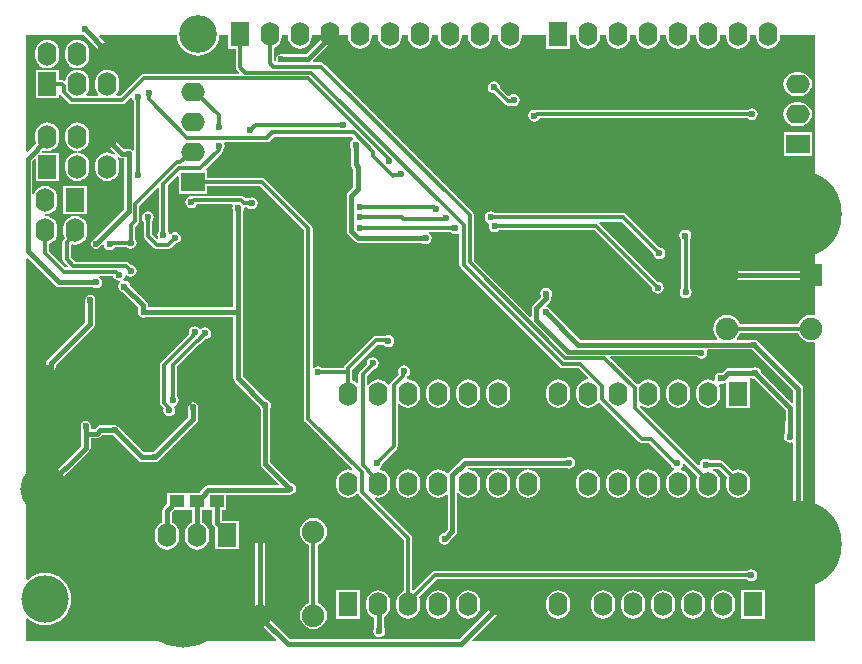
<source format=gbl>
G04*
G04 #@! TF.GenerationSoftware,Altium Limited,Altium Designer,20.2.6 (244)*
G04*
G04 Layer_Physical_Order=2*
G04 Layer_Color=16711680*
%FSLAX44Y44*%
%MOMM*%
G71*
G04*
G04 #@! TF.SameCoordinates,CE6D2A43-BF16-4D6C-96BE-271B1CC6D4BA*
G04*
G04*
G04 #@! TF.FilePolarity,Positive*
G04*
G01*
G75*
%ADD11C,0.3000*%
%ADD14R,1.9000X1.9000*%
%ADD18R,1.2000X1.1000*%
%ADD72C,0.4000*%
%ADD73O,2.0000X1.6000*%
%ADD74R,2.0000X1.6000*%
%ADD75O,1.6000X2.0000*%
%ADD76R,1.6000X2.0000*%
G04:AMPARAMS|DCode=77|XSize=2mm|YSize=1.2mm|CornerRadius=0.3mm|HoleSize=0mm|Usage=FLASHONLY|Rotation=0.000|XOffset=0mm|YOffset=0mm|HoleType=Round|Shape=RoundedRectangle|*
%AMROUNDEDRECTD77*
21,1,2.0000,0.6000,0,0,0.0*
21,1,1.4000,1.2000,0,0,0.0*
1,1,0.6000,0.7000,-0.3000*
1,1,0.6000,-0.7000,-0.3000*
1,1,0.6000,-0.7000,0.3000*
1,1,0.6000,0.7000,0.3000*
%
%ADD77ROUNDEDRECTD77*%
%ADD78C,4.0000*%
%ADD79C,1.9000*%
%ADD80R,1.9000X1.9000*%
%ADD81C,3.2000*%
%ADD82C,7.4000*%
%ADD83C,0.6000*%
G36*
X258965Y519527D02*
X244151Y504712D01*
X223012D01*
X221451Y504402D01*
X220128Y503518D01*
X219244Y502195D01*
X218934Y500634D01*
X219085Y499873D01*
X218417Y498836D01*
X217437Y499681D01*
Y510116D01*
X218911Y510727D01*
X221000Y512330D01*
X222603Y514419D01*
X223611Y516852D01*
X223954Y519462D01*
Y520700D01*
X229182D01*
Y519462D01*
X229525Y516852D01*
X230533Y514419D01*
X232136Y512330D01*
X234225Y510727D01*
X236658Y509719D01*
X239268Y509376D01*
X241879Y509719D01*
X244311Y510727D01*
X246400Y512330D01*
X248003Y514419D01*
X249011Y516852D01*
X249354Y519462D01*
Y520700D01*
X258479D01*
X258965Y519527D01*
D02*
G37*
G36*
X675640Y320956D02*
X675190Y320649D01*
X674370Y320393D01*
X673271Y321128D01*
X671710Y321438D01*
X600710D01*
X599149Y321128D01*
X597826Y320244D01*
X596942Y318921D01*
X596632Y317360D01*
X596942Y315799D01*
X597826Y314476D01*
X599149Y313592D01*
X600710Y313282D01*
X671710D01*
X673271Y313592D01*
X674370Y314327D01*
X675190Y314071D01*
X675640Y313764D01*
Y284383D01*
X674370Y283609D01*
X671710Y283959D01*
X668708Y283564D01*
X665910Y282405D01*
X663508Y280562D01*
X661665Y278160D01*
X660741Y275929D01*
X611679D01*
X610755Y278160D01*
X608912Y280562D01*
X606510Y282405D01*
X603712Y283564D01*
X600710Y283959D01*
X597708Y283564D01*
X594910Y282405D01*
X592508Y280562D01*
X590665Y278160D01*
X589506Y275362D01*
X589111Y272360D01*
X589506Y269358D01*
X590665Y266560D01*
X592496Y264174D01*
X592434Y263692D01*
X592166Y262904D01*
X476669D01*
X450178Y289396D01*
X448855Y290280D01*
X447895Y290471D01*
X447444Y291817D01*
X450686Y295058D01*
X450686Y295058D01*
X451570Y296381D01*
X451880Y297942D01*
Y299110D01*
X452512Y300055D01*
X452900Y302006D01*
X452512Y303957D01*
X451407Y305611D01*
X449753Y306716D01*
X447802Y307104D01*
X445851Y306716D01*
X444197Y305611D01*
X443092Y303957D01*
X442704Y302006D01*
X443092Y300055D01*
X443515Y299422D01*
X436594Y292502D01*
X435710Y291179D01*
X435400Y289618D01*
X435400Y289618D01*
Y282642D01*
X434226Y282156D01*
X386417Y329966D01*
Y368540D01*
X386145Y369905D01*
X385371Y371063D01*
X259777Y496657D01*
X258619Y497431D01*
X257254Y497703D01*
X250472D01*
X249946Y498973D01*
X267552Y516578D01*
X268436Y517901D01*
X268746Y519462D01*
X268746Y519462D01*
Y520700D01*
X279982D01*
Y519462D01*
X280325Y516852D01*
X281333Y514419D01*
X282936Y512330D01*
X285025Y510727D01*
X287458Y509719D01*
X290068Y509376D01*
X292679Y509719D01*
X295111Y510727D01*
X297200Y512330D01*
X298803Y514419D01*
X299811Y516852D01*
X300154Y519462D01*
Y520700D01*
X305382D01*
Y519462D01*
X305725Y516852D01*
X306733Y514419D01*
X308336Y512330D01*
X310425Y510727D01*
X312857Y509719D01*
X315468Y509376D01*
X318078Y509719D01*
X320511Y510727D01*
X322600Y512330D01*
X324203Y514419D01*
X325211Y516852D01*
X325554Y519462D01*
Y520700D01*
X330782D01*
Y519462D01*
X331125Y516852D01*
X332133Y514419D01*
X333736Y512330D01*
X335825Y510727D01*
X338257Y509719D01*
X340868Y509376D01*
X343479Y509719D01*
X345911Y510727D01*
X348000Y512330D01*
X349603Y514419D01*
X350611Y516852D01*
X350954Y519462D01*
Y520700D01*
X356182D01*
Y519462D01*
X356525Y516852D01*
X357533Y514419D01*
X359136Y512330D01*
X361225Y510727D01*
X363657Y509719D01*
X366268Y509376D01*
X368879Y509719D01*
X371311Y510727D01*
X373400Y512330D01*
X375003Y514419D01*
X376011Y516852D01*
X376354Y519462D01*
Y520700D01*
X381582D01*
Y519462D01*
X381925Y516852D01*
X382933Y514419D01*
X384536Y512330D01*
X386625Y510727D01*
X389058Y509719D01*
X391668Y509376D01*
X394278Y509719D01*
X396711Y510727D01*
X398800Y512330D01*
X400403Y514419D01*
X401411Y516852D01*
X401754Y519462D01*
Y520700D01*
X406982D01*
Y519462D01*
X407325Y516852D01*
X408333Y514419D01*
X409936Y512330D01*
X412025Y510727D01*
X414458Y509719D01*
X417068Y509376D01*
X419678Y509719D01*
X422111Y510727D01*
X424200Y512330D01*
X425803Y514419D01*
X426811Y516852D01*
X427154Y519462D01*
Y520700D01*
X447910D01*
Y509360D01*
X467910D01*
Y520700D01*
X473224D01*
Y519360D01*
X473567Y516749D01*
X474575Y514317D01*
X476178Y512228D01*
X478267Y510625D01*
X480700Y509617D01*
X483310Y509274D01*
X485920Y509617D01*
X488353Y510625D01*
X490442Y512228D01*
X492045Y514317D01*
X493053Y516749D01*
X493396Y519360D01*
Y520700D01*
X498624D01*
Y519360D01*
X498967Y516749D01*
X499975Y514317D01*
X501578Y512228D01*
X503667Y510625D01*
X506100Y509617D01*
X508710Y509274D01*
X511320Y509617D01*
X513753Y510625D01*
X515842Y512228D01*
X517445Y514317D01*
X518453Y516749D01*
X518796Y519360D01*
Y520700D01*
X524024D01*
Y519360D01*
X524367Y516749D01*
X525375Y514317D01*
X526978Y512228D01*
X529067Y510625D01*
X531499Y509617D01*
X534110Y509274D01*
X536721Y509617D01*
X539153Y510625D01*
X541242Y512228D01*
X542845Y514317D01*
X543853Y516749D01*
X544196Y519360D01*
Y520700D01*
X549424D01*
Y519360D01*
X549767Y516749D01*
X550775Y514317D01*
X552378Y512228D01*
X554467Y510625D01*
X556899Y509617D01*
X559510Y509274D01*
X562121Y509617D01*
X564553Y510625D01*
X566642Y512228D01*
X568245Y514317D01*
X569253Y516749D01*
X569596Y519360D01*
Y520700D01*
X574824D01*
Y519360D01*
X575167Y516749D01*
X576175Y514317D01*
X577778Y512228D01*
X579867Y510625D01*
X582299Y509617D01*
X584910Y509274D01*
X587520Y509617D01*
X589953Y510625D01*
X592042Y512228D01*
X593645Y514317D01*
X594653Y516749D01*
X594996Y519360D01*
Y520700D01*
X600224D01*
Y519360D01*
X600567Y516749D01*
X601575Y514317D01*
X603178Y512228D01*
X605267Y510625D01*
X607700Y509617D01*
X610310Y509274D01*
X612920Y509617D01*
X615353Y510625D01*
X617442Y512228D01*
X619045Y514317D01*
X620053Y516749D01*
X620396Y519360D01*
Y520700D01*
X625624D01*
Y519360D01*
X625967Y516749D01*
X626975Y514317D01*
X628578Y512228D01*
X630667Y510625D01*
X633100Y509617D01*
X635710Y509274D01*
X638321Y509617D01*
X640753Y510625D01*
X642842Y512228D01*
X644445Y514317D01*
X645453Y516749D01*
X645796Y519360D01*
Y520700D01*
X675640D01*
Y320956D01*
D02*
G37*
G36*
X178468Y509462D02*
X184899D01*
Y493541D01*
X185171Y492176D01*
X185945Y491018D01*
X188087Y488876D01*
X187601Y487703D01*
X177920D01*
X176784Y487929D01*
X107424D01*
X106058Y487657D01*
X104901Y486883D01*
X87384Y469367D01*
X84294D01*
X83693Y470637D01*
X84935Y472255D01*
X85943Y474688D01*
X86286Y477298D01*
Y481298D01*
X85943Y483909D01*
X84935Y486341D01*
X83332Y488430D01*
X81243Y490033D01*
X78811Y491041D01*
X76200Y491384D01*
X73590Y491041D01*
X71157Y490033D01*
X69068Y488430D01*
X67465Y486341D01*
X66457Y483909D01*
X66114Y481298D01*
Y477298D01*
X66457Y474688D01*
X67465Y472255D01*
X68707Y470637D01*
X68106Y469367D01*
X58894D01*
X58293Y470637D01*
X59535Y472255D01*
X60543Y474688D01*
X60886Y477298D01*
Y481298D01*
X60543Y483909D01*
X59535Y486341D01*
X57932Y488430D01*
X55843Y490033D01*
X53411Y491041D01*
X51822Y491250D01*
X51003Y491358D01*
Y492638D01*
X51822Y492746D01*
X53411Y492955D01*
X55843Y493963D01*
X57932Y495566D01*
X59535Y497655D01*
X60543Y500088D01*
X60886Y502698D01*
Y506698D01*
X60543Y509309D01*
X59535Y511741D01*
X57932Y513830D01*
X55843Y515433D01*
X53411Y516441D01*
X50800Y516784D01*
X48190Y516441D01*
X45757Y515433D01*
X43668Y513830D01*
X42065Y511741D01*
X41057Y509309D01*
X40714Y506698D01*
Y502698D01*
X41057Y500088D01*
X42065Y497655D01*
X43668Y495566D01*
X45757Y493963D01*
X48190Y492955D01*
X49778Y492746D01*
X50597Y492638D01*
Y491358D01*
X49778Y491250D01*
X48190Y491041D01*
X45757Y490033D01*
X43668Y488430D01*
X42065Y486341D01*
X41057Y483909D01*
X40904Y482744D01*
X40832Y482664D01*
X39547Y482168D01*
X38908Y482595D01*
X37543Y482867D01*
X35400D01*
Y491298D01*
X15400D01*
Y467298D01*
X35400D01*
Y469786D01*
X36670Y470171D01*
X36777Y470011D01*
X43513Y463275D01*
X44671Y462501D01*
X46037Y462229D01*
X88862D01*
X90228Y462501D01*
X91385Y463275D01*
X95885Y467775D01*
X97263Y467356D01*
X97398Y466679D01*
X98503Y465025D01*
X98539Y465001D01*
Y423158D01*
X97269Y422773D01*
X97118Y423000D01*
X97118Y423000D01*
X96735Y423382D01*
X95412Y424267D01*
X93851Y424577D01*
X93851Y424577D01*
X90151D01*
X80278Y434449D01*
Y434760D01*
X79968Y436321D01*
X79084Y437644D01*
X77761Y438528D01*
X76200Y438838D01*
X74639Y438528D01*
X73316Y437644D01*
X72432Y436321D01*
X72122Y434760D01*
Y432760D01*
X72122Y432760D01*
X72432Y431199D01*
X73316Y429876D01*
X82332Y420860D01*
X81493Y419903D01*
X81243Y420095D01*
X78811Y421103D01*
X76200Y421446D01*
X73590Y421103D01*
X71157Y420095D01*
X69068Y418492D01*
X67465Y416403D01*
X66457Y413970D01*
X66114Y411360D01*
Y407360D01*
X66457Y404749D01*
X67465Y402317D01*
X69068Y400228D01*
X71157Y398625D01*
X73590Y397617D01*
X76200Y397274D01*
X78811Y397617D01*
X81243Y398625D01*
X83332Y400228D01*
X84935Y402317D01*
X85943Y404749D01*
X86286Y407360D01*
Y411360D01*
X85943Y413970D01*
X84935Y416403D01*
X84701Y416708D01*
X85577Y417615D01*
X86901Y416731D01*
X88461Y416420D01*
X88461Y416420D01*
X90156D01*
Y373291D01*
X63664Y346800D01*
X62780Y345477D01*
X62470Y343916D01*
X62780Y342355D01*
X63664Y341032D01*
X64987Y340148D01*
X66548Y339838D01*
X68109Y340148D01*
X69432Y341032D01*
X71819Y343419D01*
X73197Y343001D01*
X73437Y341796D01*
X74542Y340143D01*
X76196Y339037D01*
X78147Y338649D01*
X80098Y339037D01*
X81751Y340143D01*
X82567Y341363D01*
X92383D01*
X92407Y341327D01*
X94061Y340222D01*
X96012Y339834D01*
X97963Y340222D01*
X99617Y341327D01*
X100722Y342981D01*
X101110Y344932D01*
X100722Y346883D01*
X99617Y348537D01*
X99581Y348561D01*
Y358385D01*
X102257Y361062D01*
X103031Y362220D01*
X103303Y363585D01*
Y376227D01*
X118956Y391880D01*
X120129Y391394D01*
Y355377D01*
X119966Y355268D01*
X118861Y353614D01*
X118473Y351663D01*
X118861Y349712D01*
X119289Y349072D01*
X118302Y348262D01*
X114059Y352506D01*
Y362893D01*
X114095Y362917D01*
X115200Y364571D01*
X115588Y366522D01*
X115200Y368473D01*
X114095Y370127D01*
X112441Y371232D01*
X110490Y371620D01*
X108539Y371232D01*
X106885Y370127D01*
X105780Y368473D01*
X105392Y366522D01*
X105780Y364571D01*
X106885Y362917D01*
X106921Y362893D01*
Y351028D01*
X107193Y349662D01*
X107967Y348505D01*
X115841Y340631D01*
X116998Y339857D01*
X118364Y339585D01*
X127254D01*
X128620Y339857D01*
X129777Y340631D01*
X133283Y344137D01*
X133525Y344089D01*
X135476Y344477D01*
X137129Y345582D01*
X138235Y347236D01*
X138623Y349187D01*
X138235Y351137D01*
X137129Y352791D01*
X135476Y353896D01*
X133525Y354285D01*
X131574Y353896D01*
X129920Y352791D01*
X129781Y352583D01*
X128433Y352851D01*
X128281Y353614D01*
X127267Y355132D01*
Y393120D01*
X135537Y401390D01*
X136710Y400904D01*
Y386660D01*
X160710D01*
Y393091D01*
X205366D01*
X242811Y355646D01*
Y195834D01*
X243083Y194468D01*
X243857Y193311D01*
X283091Y154076D01*
X282983Y153733D01*
X282430Y152941D01*
X280110Y153246D01*
X277500Y152903D01*
X275067Y151895D01*
X272978Y150292D01*
X271375Y148203D01*
X270367Y145771D01*
X270024Y143160D01*
Y139160D01*
X270367Y136550D01*
X271375Y134117D01*
X272978Y132028D01*
X275067Y130425D01*
X277500Y129417D01*
X280110Y129074D01*
X282721Y129417D01*
X285153Y130425D01*
X287242Y132028D01*
X287350Y132168D01*
X288911Y132117D01*
X289148Y131763D01*
X327341Y93570D01*
Y50106D01*
X325867Y49495D01*
X323778Y47892D01*
X322175Y45803D01*
X321167Y43370D01*
X320824Y40760D01*
Y36760D01*
X321167Y34149D01*
X322175Y31717D01*
X323778Y29628D01*
X325867Y28025D01*
X328299Y27017D01*
X330910Y26674D01*
X333521Y27017D01*
X335953Y28025D01*
X338042Y29628D01*
X339645Y31717D01*
X340653Y34149D01*
X340996Y36760D01*
Y40760D01*
X340653Y43370D01*
X340042Y44845D01*
X355161Y59964D01*
X617876D01*
X617900Y59928D01*
X619554Y58823D01*
X621505Y58435D01*
X623456Y58823D01*
X625110Y59928D01*
X626215Y61582D01*
X626603Y63533D01*
X626215Y65484D01*
X625110Y67138D01*
X623456Y68243D01*
X621505Y68631D01*
X619554Y68243D01*
X617900Y67138D01*
X617876Y67102D01*
X353683D01*
X352317Y66830D01*
X351160Y66056D01*
X335749Y50645D01*
X334479Y51171D01*
Y95048D01*
X334207Y96414D01*
X333433Y97571D01*
X302864Y128141D01*
X303457Y129344D01*
X305510Y129074D01*
X308120Y129417D01*
X310553Y130425D01*
X312642Y132028D01*
X314245Y134117D01*
X315253Y136550D01*
X315596Y139160D01*
Y143160D01*
X315253Y145771D01*
X314245Y148203D01*
X312642Y150292D01*
X310553Y151895D01*
X308120Y152903D01*
X307357Y153003D01*
X307049Y154325D01*
X307897Y154891D01*
X309002Y156545D01*
X309390Y158496D01*
X309381Y158539D01*
X321039Y170197D01*
X321813Y171354D01*
X322085Y172720D01*
Y208349D01*
X323355Y208780D01*
X323778Y208228D01*
X325867Y206625D01*
X328299Y205617D01*
X330910Y205274D01*
X333521Y205617D01*
X335953Y206625D01*
X338042Y208228D01*
X339645Y210317D01*
X340653Y212750D01*
X340996Y215360D01*
Y219360D01*
X340653Y221971D01*
X339645Y224403D01*
X338042Y226492D01*
X335953Y228095D01*
X333521Y229103D01*
X330910Y229446D01*
X330420Y229382D01*
X329683Y230566D01*
X330129Y231232D01*
X330311Y232148D01*
X331011Y232615D01*
X332116Y234269D01*
X332504Y236220D01*
X332116Y238171D01*
X331011Y239825D01*
X329357Y240930D01*
X327406Y241318D01*
X325455Y240930D01*
X323801Y239825D01*
X322696Y238171D01*
X322308Y236220D01*
X322696Y234269D01*
X323001Y233813D01*
X315993Y226805D01*
X315219Y225648D01*
X315152Y225308D01*
X313794Y224991D01*
X312642Y226492D01*
X310553Y228095D01*
X308120Y229103D01*
X305510Y229446D01*
X302899Y229103D01*
X300467Y228095D01*
X298378Y226492D01*
X297193Y224947D01*
X295923Y225378D01*
Y232152D01*
X301685Y237915D01*
X302687Y238114D01*
X304341Y239219D01*
X305446Y240873D01*
X305834Y242824D01*
X305446Y244775D01*
X304341Y246429D01*
X302687Y247534D01*
X300736Y247922D01*
X298785Y247534D01*
X297131Y246429D01*
X296026Y244775D01*
X295638Y242824D01*
X295781Y242104D01*
X289831Y236154D01*
X289057Y234996D01*
X288785Y233630D01*
Y226456D01*
X287583Y226048D01*
X287242Y226492D01*
X285153Y228095D01*
X283679Y228706D01*
Y237230D01*
X305262Y258813D01*
X306746D01*
X306793Y258804D01*
X310035D01*
X310443Y258194D01*
X312097Y257089D01*
X314048Y256701D01*
X315999Y257089D01*
X317653Y258194D01*
X318758Y259848D01*
X319146Y261799D01*
X318758Y263750D01*
X317653Y265403D01*
X315999Y266509D01*
X314048Y266896D01*
X312097Y266509D01*
X311248Y265941D01*
X306831D01*
X306784Y265951D01*
X303784D01*
X302418Y265679D01*
X301261Y264905D01*
X277587Y241231D01*
X276813Y240074D01*
X276554Y238773D01*
X258391D01*
X258367Y238809D01*
X256713Y239914D01*
X254762Y240302D01*
X252811Y239914D01*
X251219Y238850D01*
X250872Y238921D01*
X249949Y239286D01*
Y357124D01*
X249677Y358490D01*
X248903Y359647D01*
X209368Y399183D01*
X208210Y399957D01*
X206844Y400229D01*
X160710D01*
Y406660D01*
X160128D01*
X159642Y407833D01*
X172957Y421149D01*
X173731Y422306D01*
X173960Y423459D01*
X174039Y423511D01*
X175144Y425165D01*
X175532Y427116D01*
X175144Y429067D01*
X175023Y429247D01*
X175622Y430367D01*
X211491D01*
X212857Y430639D01*
X214015Y431413D01*
X217437Y434835D01*
X283551D01*
X284589Y433797D01*
X284185Y432405D01*
X282777Y431464D01*
X281671Y429810D01*
X281283Y427859D01*
X281671Y425908D01*
X282303Y424963D01*
Y411360D01*
X282303Y411360D01*
X282613Y409799D01*
X283498Y408476D01*
X284466Y407508D01*
Y392429D01*
X279930Y387894D01*
X279046Y386571D01*
X278736Y385010D01*
X278736Y385010D01*
Y354987D01*
X278736Y354986D01*
X279046Y353426D01*
X279930Y352103D01*
X285667Y346366D01*
X286990Y345482D01*
X288550Y345172D01*
X288551Y345172D01*
X342066D01*
X342089Y345137D01*
X343743Y344032D01*
X345694Y343644D01*
X347645Y344032D01*
X349299Y345137D01*
X350404Y346791D01*
X350792Y348742D01*
X350404Y350693D01*
X349299Y352347D01*
X348553Y352845D01*
X348939Y354115D01*
X367178D01*
X367338Y353876D01*
X368992Y352771D01*
X370943Y352383D01*
X372894Y352771D01*
X373159Y352948D01*
X374279Y352350D01*
Y326417D01*
X374551Y325051D01*
X375325Y323893D01*
X459415Y239803D01*
X460573Y239029D01*
X461939Y238757D01*
X475129D01*
X483195Y230692D01*
X482722Y229369D01*
X480700Y229103D01*
X478267Y228095D01*
X476178Y226492D01*
X474575Y224403D01*
X473567Y221971D01*
X473224Y219360D01*
Y215360D01*
X473567Y212750D01*
X474575Y210317D01*
X476178Y208228D01*
X478267Y206625D01*
X480700Y205617D01*
X483310Y205274D01*
X485920Y205617D01*
X488353Y206625D01*
X490442Y208228D01*
X491438Y209526D01*
X493087Y209673D01*
X526623Y176137D01*
X527781Y175363D01*
X529146Y175091D01*
X535126D01*
X553814Y156404D01*
X553836Y156291D01*
X554941Y154637D01*
X556023Y153914D01*
X555882Y152481D01*
X554467Y151895D01*
X552378Y150292D01*
X550775Y148203D01*
X549767Y145771D01*
X549424Y143160D01*
Y139160D01*
X549767Y136550D01*
X550775Y134117D01*
X552378Y132028D01*
X554467Y130425D01*
X556899Y129417D01*
X559510Y129074D01*
X562121Y129417D01*
X564553Y130425D01*
X566642Y132028D01*
X568245Y134117D01*
X569253Y136550D01*
X569596Y139160D01*
Y143160D01*
X569253Y145771D01*
X568245Y148203D01*
X566642Y150292D01*
X564553Y151895D01*
X562121Y152903D01*
X561887Y152933D01*
X561579Y154255D01*
X562151Y154637D01*
X563256Y156291D01*
X563544Y157739D01*
X564841Y158238D01*
X575794Y147284D01*
X575167Y145771D01*
X574824Y143160D01*
Y139160D01*
X575167Y136550D01*
X576175Y134117D01*
X577778Y132028D01*
X579867Y130425D01*
X582299Y129417D01*
X584910Y129074D01*
X587520Y129417D01*
X589953Y130425D01*
X592042Y132028D01*
X593645Y134117D01*
X594653Y136550D01*
X594996Y139160D01*
Y143160D01*
X594653Y145771D01*
X593645Y148203D01*
X592042Y150292D01*
X589953Y151895D01*
X588764Y152387D01*
X589017Y153657D01*
X594078D01*
X600977Y146759D01*
X600567Y145771D01*
X600224Y143160D01*
Y139160D01*
X600567Y136550D01*
X601575Y134117D01*
X603178Y132028D01*
X605267Y130425D01*
X607700Y129417D01*
X610310Y129074D01*
X612920Y129417D01*
X615353Y130425D01*
X617442Y132028D01*
X619045Y134117D01*
X620053Y136550D01*
X620396Y139160D01*
Y143160D01*
X620053Y145771D01*
X619045Y148203D01*
X617442Y150292D01*
X615353Y151895D01*
X612920Y152903D01*
X610310Y153246D01*
X607700Y152903D01*
X605738Y152090D01*
X598079Y159749D01*
X596922Y160523D01*
X595556Y160795D01*
X586305D01*
X586281Y160831D01*
X584627Y161936D01*
X582676Y162324D01*
X580725Y161936D01*
X579071Y160831D01*
X577966Y159177D01*
X577605Y157363D01*
X577120Y157067D01*
X576367Y156806D01*
X526948Y206225D01*
X527013Y206600D01*
X528395Y207140D01*
X529067Y206625D01*
X531499Y205617D01*
X534110Y205274D01*
X536721Y205617D01*
X539153Y206625D01*
X541242Y208228D01*
X542845Y210317D01*
X543853Y212750D01*
X544196Y215360D01*
Y219360D01*
X543853Y221971D01*
X542845Y224403D01*
X541242Y226492D01*
X539153Y228095D01*
X536721Y229103D01*
X534110Y229446D01*
X531499Y229103D01*
X529067Y228095D01*
X526978Y226492D01*
X525982Y225194D01*
X524333Y225047D01*
X501806Y247574D01*
X502292Y248748D01*
X575163D01*
X575515Y248221D01*
X577169Y247116D01*
X579120Y246728D01*
X581071Y247116D01*
X582725Y248221D01*
X583830Y249875D01*
X584218Y251826D01*
X583889Y253478D01*
X584592Y254748D01*
X622135D01*
X657032Y219851D01*
Y209677D01*
X655858Y209191D01*
X629872Y235178D01*
X629583Y236630D01*
X628478Y238284D01*
X626824Y239389D01*
X624873Y239777D01*
X622922Y239389D01*
X621977Y238758D01*
X601743D01*
X600182Y238447D01*
X598859Y237563D01*
X598859Y237563D01*
X596441Y235146D01*
X595376Y235358D01*
X593425Y234970D01*
X591771Y233865D01*
X590666Y232211D01*
X590278Y230260D01*
X590484Y229223D01*
X589365Y228338D01*
X587520Y229103D01*
X584910Y229446D01*
X582299Y229103D01*
X579867Y228095D01*
X577778Y226492D01*
X576175Y224403D01*
X575167Y221971D01*
X574824Y219360D01*
Y215360D01*
X575167Y212750D01*
X576175Y210317D01*
X577778Y208228D01*
X579867Y206625D01*
X582299Y205617D01*
X584910Y205274D01*
X587520Y205617D01*
X589953Y206625D01*
X592042Y208228D01*
X593645Y210317D01*
X594653Y212750D01*
X594996Y215360D01*
Y219360D01*
X594653Y221971D01*
X593731Y224194D01*
X594067Y224842D01*
X594535Y225329D01*
X595376Y225162D01*
X597327Y225550D01*
X598674Y226450D01*
X598884Y226492D01*
X599040Y226596D01*
X600310Y225917D01*
Y205360D01*
X620310D01*
Y229360D01*
X620310D01*
X620380Y230601D01*
X621977D01*
X622922Y229970D01*
X623699Y229815D01*
X650480Y203035D01*
Y194599D01*
X650342Y194393D01*
X650032Y192833D01*
X650032Y192833D01*
Y183744D01*
X649400Y182799D01*
X649012Y180848D01*
X649400Y178897D01*
X650505Y177243D01*
X652159Y176138D01*
X654110Y175750D01*
X655762Y176079D01*
X657032Y175376D01*
Y89560D01*
X657342Y87999D01*
X658226Y86676D01*
X659549Y85792D01*
X661110Y85482D01*
X662671Y85792D01*
X663994Y86676D01*
X664878Y87999D01*
X665188Y89560D01*
Y221540D01*
X665188Y221540D01*
X664878Y223101D01*
X663994Y224424D01*
X663994Y224424D01*
X626708Y261710D01*
X625385Y262594D01*
X623824Y262904D01*
X623824Y262904D01*
X609254D01*
X608986Y263692D01*
X608924Y264174D01*
X610755Y266560D01*
X611679Y268791D01*
X660741D01*
X661665Y266560D01*
X663508Y264158D01*
X665910Y262315D01*
X668708Y261156D01*
X671710Y260761D01*
X674370Y261111D01*
X675640Y260337D01*
Y7620D01*
X385397D01*
X384911Y8793D01*
X409994Y33876D01*
X409994Y33876D01*
X410878Y35199D01*
X411188Y36760D01*
Y38760D01*
X410878Y40321D01*
X409994Y41644D01*
X408671Y42528D01*
X407110Y42838D01*
X405549Y42528D01*
X404226Y41644D01*
X403342Y40321D01*
X403032Y38760D01*
Y38449D01*
X373741Y9158D01*
X230440D01*
X209788Y29810D01*
Y100360D01*
X209478Y101921D01*
X208594Y103244D01*
X207271Y104128D01*
X205710Y104438D01*
X204149Y104128D01*
X202826Y103244D01*
X201942Y101921D01*
X201632Y100360D01*
Y29360D01*
Y28121D01*
X201632Y28121D01*
X201942Y26560D01*
X202826Y25237D01*
X219270Y8793D01*
X218784Y7620D01*
X7620D01*
Y26462D01*
X8890Y27062D01*
X11428Y24979D01*
X15250Y22936D01*
X19397Y21678D01*
X23710Y21254D01*
X28023Y21678D01*
X32170Y22936D01*
X35992Y24979D01*
X39342Y27728D01*
X42091Y31078D01*
X44134Y34900D01*
X45392Y39047D01*
X45816Y43360D01*
X45392Y47673D01*
X44134Y51820D01*
X42091Y55642D01*
X39342Y58992D01*
X35992Y61741D01*
X32170Y63784D01*
X28023Y65042D01*
X23710Y65466D01*
X19397Y65042D01*
X15250Y63784D01*
X11428Y61741D01*
X8890Y59658D01*
X7620Y60258D01*
Y331663D01*
X8793Y332149D01*
X32422Y308520D01*
X32422Y308520D01*
X33745Y307636D01*
X35306Y307326D01*
X63906D01*
X64851Y306694D01*
X66802Y306306D01*
X68753Y306694D01*
X70407Y307799D01*
X71512Y309453D01*
X71900Y311404D01*
X71512Y313355D01*
X70407Y315009D01*
X69430Y315661D01*
X69815Y316931D01*
X81177D01*
X81396Y315827D01*
X82501Y314173D01*
X84155Y313068D01*
X86106Y312680D01*
X86844Y312827D01*
X87339Y311631D01*
X87073Y311453D01*
X85968Y309799D01*
X85580Y307848D01*
X85968Y305897D01*
X87073Y304243D01*
X88727Y303138D01*
X89842Y302916D01*
X102473Y290285D01*
Y288835D01*
X102224Y288463D01*
X101836Y286512D01*
X102224Y284561D01*
X103329Y282907D01*
X104983Y281802D01*
X106934Y281414D01*
X108885Y281802D01*
X109830Y282434D01*
X182866D01*
Y230124D01*
X182866Y230124D01*
X183176Y228563D01*
X184060Y227240D01*
X204872Y206428D01*
X205094Y205313D01*
X205980Y203988D01*
Y157734D01*
X205980Y157734D01*
X206290Y156173D01*
X207174Y154850D01*
X221273Y140752D01*
X220787Y139578D01*
X161343D01*
X159782Y139268D01*
X158459Y138384D01*
X158459Y138384D01*
X155945Y135869D01*
X155061Y134546D01*
X155006Y134274D01*
X154232Y133500D01*
X144270D01*
X144000Y133500D01*
X143000D01*
X142730Y133500D01*
X127000D01*
Y124268D01*
X123826Y121094D01*
X122942Y119771D01*
X122632Y118210D01*
X122632Y118210D01*
Y108495D01*
X121667Y108095D01*
X119578Y106492D01*
X117975Y104403D01*
X116967Y101971D01*
X116624Y99360D01*
Y95360D01*
X116967Y92750D01*
X117975Y90317D01*
X119578Y88228D01*
X121667Y86625D01*
X124100Y85617D01*
X126710Y85274D01*
X129320Y85617D01*
X131753Y86625D01*
X133842Y88228D01*
X135445Y90317D01*
X136453Y92750D01*
X136796Y95360D01*
Y99360D01*
X136453Y101971D01*
X135445Y104403D01*
X133842Y106492D01*
X131753Y108095D01*
X130788Y108495D01*
Y116521D01*
X132768Y118500D01*
X142730D01*
X143000Y118500D01*
X144000D01*
X144270Y118500D01*
X148032D01*
Y108495D01*
X147067Y108095D01*
X144978Y106492D01*
X143375Y104403D01*
X142367Y101971D01*
X142024Y99360D01*
Y95360D01*
X142367Y92750D01*
X143375Y90317D01*
X144978Y88228D01*
X147067Y86625D01*
X149500Y85617D01*
X152110Y85274D01*
X154720Y85617D01*
X157153Y86625D01*
X159242Y88228D01*
X160845Y90317D01*
X161853Y92750D01*
X162196Y95360D01*
Y99360D01*
X161853Y101971D01*
X160845Y104403D01*
X159242Y106492D01*
X157153Y108095D01*
X156188Y108495D01*
Y118500D01*
X159730D01*
X160000Y118500D01*
Y118500D01*
X161000D01*
Y118500D01*
X164922D01*
Y107870D01*
X164922Y107870D01*
X165232Y106309D01*
X166116Y104986D01*
X167510Y103592D01*
Y85360D01*
X187510D01*
Y109360D01*
X173278D01*
X173078Y109559D01*
Y118500D01*
X177000D01*
Y131422D01*
X229244D01*
X230805Y131732D01*
X230932Y131817D01*
X232837Y132196D01*
X234491Y133301D01*
X235596Y134955D01*
X235984Y136906D01*
X235596Y138857D01*
X234491Y140511D01*
X232837Y141616D01*
X231722Y141838D01*
X214136Y159423D01*
Y204748D01*
X214514Y205313D01*
X214902Y207264D01*
X214514Y209215D01*
X213409Y210869D01*
X211755Y211974D01*
X210640Y212196D01*
X191022Y231813D01*
Y371754D01*
X191654Y372699D01*
X192042Y374650D01*
X192711Y375465D01*
X194361D01*
X194769Y374855D01*
X196423Y373750D01*
X198374Y373362D01*
X200325Y373750D01*
X201979Y374855D01*
X203084Y376509D01*
X203472Y378460D01*
X203084Y380411D01*
X201979Y382065D01*
X200325Y383170D01*
X198374Y383558D01*
X196423Y383170D01*
X195574Y382603D01*
X193230D01*
X192056Y383777D01*
X190898Y384551D01*
X189532Y384823D01*
X149606D01*
X148240Y384551D01*
X148056Y384428D01*
X147320Y384574D01*
X145369Y384186D01*
X143715Y383081D01*
X142610Y381427D01*
X142222Y379476D01*
X142610Y377525D01*
X143715Y375871D01*
X145369Y374766D01*
X147320Y374378D01*
X149271Y374766D01*
X150925Y375871D01*
X152030Y377525D01*
X152062Y377685D01*
X181654D01*
X181733Y377539D01*
X182197Y376415D01*
X181846Y374650D01*
X182234Y372699D01*
X182866Y371754D01*
Y290590D01*
X110630D01*
Y291975D01*
X110319Y293535D01*
X109435Y294858D01*
X95610Y308684D01*
X95388Y309799D01*
X94283Y311453D01*
X92629Y312558D01*
X90678Y312946D01*
X89940Y312799D01*
X89445Y313995D01*
X89711Y314173D01*
X90816Y315827D01*
X91075Y317128D01*
X91694Y317363D01*
X92442Y317491D01*
X93947Y316486D01*
X95898Y316098D01*
X97848Y316486D01*
X99502Y317591D01*
X100607Y319245D01*
X100996Y321195D01*
X100607Y323146D01*
X99502Y324800D01*
X97848Y325905D01*
X95898Y326293D01*
X95855Y326285D01*
X94116Y328023D01*
X92959Y328797D01*
X91593Y329069D01*
X48850D01*
X45225Y332694D01*
Y342965D01*
X46345Y343823D01*
X46495Y343844D01*
X49000Y343514D01*
X51610Y343857D01*
X54043Y344865D01*
X56132Y346468D01*
X57735Y348557D01*
X58743Y350989D01*
X59086Y353600D01*
Y357600D01*
X58743Y360210D01*
X57735Y362643D01*
X56132Y364732D01*
X54043Y366335D01*
X51610Y367343D01*
X49000Y367686D01*
X46389Y367343D01*
X43957Y366335D01*
X41868Y364732D01*
X40265Y362643D01*
X39257Y360210D01*
X38914Y357600D01*
Y353600D01*
X39257Y350989D01*
X40016Y349158D01*
X39133Y348275D01*
X38359Y347117D01*
X38087Y345752D01*
Y331216D01*
X38359Y329851D01*
X39133Y328693D01*
X42584Y325242D01*
X42098Y324069D01*
X40642D01*
X27169Y337542D01*
Y344254D01*
X28643Y344865D01*
X30732Y346468D01*
X32335Y348557D01*
X33343Y350989D01*
X33686Y353600D01*
Y357600D01*
X33343Y360210D01*
X32335Y362643D01*
X30732Y364732D01*
X28643Y366335D01*
X26210Y367343D01*
X23803Y367659D01*
Y368941D01*
X26210Y369257D01*
X28643Y370265D01*
X30732Y371868D01*
X32335Y373957D01*
X33343Y376390D01*
X33686Y379000D01*
Y383000D01*
X33343Y385611D01*
X32335Y388043D01*
X30732Y390132D01*
X28643Y391735D01*
X26210Y392743D01*
X23600Y393086D01*
X20989Y392743D01*
X18557Y391735D01*
X16468Y390132D01*
X14865Y388043D01*
X13984Y385917D01*
X12714Y386170D01*
Y414563D01*
X14227Y416076D01*
X15400Y415590D01*
Y397360D01*
X35400D01*
Y421360D01*
X21170D01*
X20684Y422533D01*
X21643Y423492D01*
X22789Y423017D01*
X25400Y422674D01*
X28010Y423017D01*
X30443Y424025D01*
X32532Y425628D01*
X34135Y427717D01*
X35143Y430149D01*
X35486Y432760D01*
Y436760D01*
X35143Y439370D01*
X34135Y441803D01*
X32532Y443892D01*
X30443Y445495D01*
X28010Y446503D01*
X25400Y446846D01*
X22789Y446503D01*
X20357Y445495D01*
X18268Y443892D01*
X16665Y441803D01*
X15657Y439370D01*
X15314Y436760D01*
Y432760D01*
X15657Y430149D01*
X15982Y429366D01*
X8793Y422178D01*
X7620Y422664D01*
Y520700D01*
X56573D01*
X72122Y505152D01*
Y504698D01*
X72432Y503137D01*
X73316Y501814D01*
X74639Y500930D01*
X76200Y500620D01*
X77761Y500930D01*
X79084Y501814D01*
X79968Y503137D01*
X80278Y504698D01*
Y506841D01*
X80278Y506841D01*
X79968Y508402D01*
X79084Y509725D01*
X69282Y519527D01*
X69768Y520700D01*
X135088D01*
X135370Y517831D01*
X136400Y514438D01*
X138071Y511311D01*
X140321Y508571D01*
X143061Y506321D01*
X146188Y504650D01*
X149581Y503620D01*
X153110Y503273D01*
X156639Y503620D01*
X160032Y504650D01*
X163159Y506321D01*
X165900Y508571D01*
X168149Y511311D01*
X169820Y514438D01*
X170849Y517831D01*
X171132Y520700D01*
X178468D01*
Y509462D01*
D02*
G37*
%LPC*%
G36*
X662710Y489446D02*
X658710D01*
X656099Y489103D01*
X653667Y488095D01*
X651578Y486492D01*
X649975Y484403D01*
X648967Y481970D01*
X648624Y479360D01*
X648967Y476749D01*
X649975Y474317D01*
X651578Y472228D01*
X653667Y470625D01*
X656099Y469617D01*
X658710Y469274D01*
X662710D01*
X665321Y469617D01*
X667753Y470625D01*
X669842Y472228D01*
X671445Y474317D01*
X672453Y476749D01*
X672796Y479360D01*
X672453Y481970D01*
X671445Y484403D01*
X669842Y486492D01*
X667753Y488095D01*
X665321Y489103D01*
X662710Y489446D01*
D02*
G37*
G36*
X403606Y481602D02*
X401655Y481214D01*
X400001Y480109D01*
X398896Y478455D01*
X398508Y476504D01*
X398896Y474553D01*
X400001Y472899D01*
X401655Y471794D01*
X403606Y471406D01*
X403649Y471415D01*
X412951Y462112D01*
X414109Y461339D01*
X415474Y461067D01*
X416840Y461339D01*
X417349Y461679D01*
X418141Y461150D01*
X420092Y460762D01*
X422043Y461150D01*
X423697Y462255D01*
X424802Y463909D01*
X425190Y465860D01*
X424802Y467811D01*
X423697Y469465D01*
X422043Y470570D01*
X420092Y470958D01*
X418141Y470570D01*
X416487Y469465D01*
X415763Y469394D01*
X408695Y476461D01*
X408704Y476504D01*
X408316Y478455D01*
X407211Y480109D01*
X405557Y481214D01*
X403606Y481602D01*
D02*
G37*
G36*
X621823Y459027D02*
X619872Y458639D01*
X618218Y457534D01*
X618194Y457498D01*
X439803D01*
X439248Y457387D01*
X437666Y457702D01*
X435715Y457314D01*
X434061Y456209D01*
X432956Y454555D01*
X432568Y452604D01*
X432956Y450653D01*
X434061Y448999D01*
X435715Y447894D01*
X437666Y447506D01*
X439617Y447894D01*
X441271Y448999D01*
X442181Y450360D01*
X618194D01*
X618218Y450324D01*
X619872Y449219D01*
X621823Y448831D01*
X623774Y449219D01*
X625428Y450324D01*
X626533Y451978D01*
X626921Y453929D01*
X626533Y455880D01*
X625428Y457534D01*
X623774Y458639D01*
X621823Y459027D01*
D02*
G37*
G36*
X662710Y464046D02*
X658710D01*
X656099Y463703D01*
X653667Y462695D01*
X651578Y461092D01*
X649975Y459003D01*
X648967Y456571D01*
X648624Y453960D01*
X648967Y451349D01*
X649975Y448917D01*
X651578Y446828D01*
X653667Y445225D01*
X656099Y444217D01*
X658710Y443874D01*
X662710D01*
X665321Y444217D01*
X667753Y445225D01*
X669842Y446828D01*
X671445Y448917D01*
X672453Y451349D01*
X672796Y453960D01*
X672453Y456571D01*
X671445Y459003D01*
X669842Y461092D01*
X667753Y462695D01*
X665321Y463703D01*
X662710Y464046D01*
D02*
G37*
G36*
X672710Y438560D02*
X648710D01*
Y418560D01*
X672710D01*
Y438560D01*
D02*
G37*
G36*
X400812Y371620D02*
X398861Y371232D01*
X397207Y370127D01*
X396102Y368473D01*
X395714Y366522D01*
X396102Y364571D01*
X397207Y362917D01*
X398459Y362080D01*
X398908Y361641D01*
X399237Y360443D01*
X398995Y359226D01*
X399383Y357275D01*
X400488Y355621D01*
X402142Y354516D01*
X404093Y354128D01*
X406044Y354516D01*
X407697Y355621D01*
X407722Y355657D01*
X488672D01*
X537201Y307129D01*
X537192Y307086D01*
X537580Y305135D01*
X538685Y303481D01*
X540339Y302376D01*
X542290Y301988D01*
X544241Y302376D01*
X545895Y303481D01*
X547000Y305135D01*
X547388Y307086D01*
X547000Y309037D01*
X545895Y310691D01*
X544241Y311796D01*
X542290Y312184D01*
X542247Y312175D01*
X492739Y361683D01*
X492760Y361963D01*
X493157Y362953D01*
X511602D01*
X538471Y336085D01*
X538462Y336042D01*
X538850Y334091D01*
X539955Y332437D01*
X541609Y331332D01*
X543560Y330944D01*
X545511Y331332D01*
X547165Y332437D01*
X548270Y334091D01*
X548658Y336042D01*
X548270Y337993D01*
X547165Y339647D01*
X545511Y340752D01*
X543560Y341140D01*
X543517Y341131D01*
X515603Y369045D01*
X514446Y369819D01*
X513080Y370091D01*
X404441D01*
X404417Y370127D01*
X402763Y371232D01*
X400812Y371620D01*
D02*
G37*
G36*
X565658Y356126D02*
X563707Y355738D01*
X562053Y354633D01*
X560948Y352979D01*
X560560Y351028D01*
X560948Y349077D01*
X562053Y347423D01*
X562275Y347275D01*
Y306583D01*
X562239Y306559D01*
X561134Y304905D01*
X560746Y302954D01*
X561134Y301003D01*
X562239Y299349D01*
X563893Y298244D01*
X565844Y297856D01*
X567795Y298244D01*
X569449Y299349D01*
X570554Y301003D01*
X570942Y302954D01*
X570554Y304905D01*
X569449Y306559D01*
X569413Y306583D01*
Y347647D01*
X570368Y349077D01*
X570756Y351028D01*
X570368Y352979D01*
X569263Y354633D01*
X567609Y355738D01*
X565658Y356126D01*
D02*
G37*
G36*
X25400Y516784D02*
X22789Y516441D01*
X20357Y515433D01*
X18268Y513830D01*
X16665Y511741D01*
X15657Y509309D01*
X15314Y506698D01*
Y502698D01*
X15657Y500088D01*
X16665Y497655D01*
X18268Y495566D01*
X20357Y493963D01*
X22789Y492955D01*
X25400Y492612D01*
X28010Y492955D01*
X30443Y493963D01*
X32532Y495566D01*
X34135Y497655D01*
X35143Y500088D01*
X35486Y502698D01*
Y506698D01*
X35143Y509309D01*
X34135Y511741D01*
X32532Y513830D01*
X30443Y515433D01*
X28010Y516441D01*
X25400Y516784D01*
D02*
G37*
G36*
X50800Y446846D02*
X48190Y446503D01*
X45757Y445495D01*
X43668Y443892D01*
X42065Y441803D01*
X41057Y439370D01*
X40714Y436760D01*
Y432760D01*
X41057Y430149D01*
X42065Y427717D01*
X43668Y425628D01*
X45757Y424025D01*
X48190Y423017D01*
X49778Y422808D01*
X50597Y422700D01*
Y421420D01*
X49778Y421312D01*
X48190Y421103D01*
X45757Y420095D01*
X43668Y418492D01*
X42065Y416403D01*
X41057Y413970D01*
X40714Y411360D01*
Y407360D01*
X41057Y404749D01*
X42065Y402317D01*
X43668Y400228D01*
X45757Y398625D01*
X48190Y397617D01*
X50800Y397274D01*
X53411Y397617D01*
X55843Y398625D01*
X57932Y400228D01*
X59535Y402317D01*
X60543Y404749D01*
X60886Y407360D01*
Y411360D01*
X60543Y413970D01*
X59535Y416403D01*
X57932Y418492D01*
X55843Y420095D01*
X53411Y421103D01*
X51822Y421312D01*
X51003Y421420D01*
Y422700D01*
X51822Y422808D01*
X53411Y423017D01*
X55843Y424025D01*
X57932Y425628D01*
X59535Y427717D01*
X60543Y430149D01*
X60886Y432760D01*
Y436760D01*
X60543Y439370D01*
X59535Y441803D01*
X57932Y443892D01*
X55843Y445495D01*
X53411Y446503D01*
X50800Y446846D01*
D02*
G37*
G36*
X59000Y393000D02*
X39000D01*
Y369000D01*
X59000D01*
Y393000D01*
D02*
G37*
G36*
X150198Y274139D02*
X148247Y273751D01*
X146593Y272646D01*
X145488Y270992D01*
X145100Y269041D01*
X145373Y267668D01*
X145335Y267476D01*
X121937Y244077D01*
X121163Y242920D01*
X120891Y241554D01*
Y209756D01*
X121163Y208390D01*
X121937Y207232D01*
X123896Y205273D01*
X123814Y205151D01*
X123426Y203200D01*
X123814Y201249D01*
X124919Y199595D01*
X126573Y198490D01*
X128524Y198102D01*
X130475Y198490D01*
X132129Y199595D01*
X133234Y201249D01*
X133622Y203200D01*
X133234Y205151D01*
X132867Y205701D01*
X133451Y207112D01*
X133523Y207126D01*
X135177Y208231D01*
X136282Y209885D01*
X136670Y211836D01*
X136282Y213787D01*
X135177Y215441D01*
X135141Y215465D01*
Y240076D01*
X154116Y259051D01*
X155112Y259717D01*
X158602Y263206D01*
X159004Y263126D01*
X160955Y263514D01*
X162609Y264619D01*
X163714Y266273D01*
X164102Y268224D01*
X163714Y270175D01*
X162609Y271829D01*
X160955Y272934D01*
X159004Y273322D01*
X157053Y272934D01*
X155528Y271915D01*
X154168Y272099D01*
X153802Y272646D01*
X152149Y273751D01*
X150198Y274139D01*
D02*
G37*
G36*
X61710Y300730D02*
X60149Y300419D01*
X58826Y299535D01*
X57942Y298212D01*
X57632Y296651D01*
Y278299D01*
X25459Y246126D01*
X24575Y244803D01*
X24264Y243243D01*
X24264Y243243D01*
Y241473D01*
X22729Y239938D01*
X20960D01*
X19399Y239628D01*
X18076Y238744D01*
X17192Y237421D01*
X16882Y235860D01*
X17192Y234299D01*
X18076Y232976D01*
X19399Y232092D01*
X20960Y231782D01*
X24419D01*
X24419Y231782D01*
X25979Y232092D01*
X27303Y232976D01*
X31226Y236900D01*
X31226Y236900D01*
X32111Y238223D01*
X32421Y239784D01*
Y241553D01*
X64594Y273726D01*
X65478Y275049D01*
X65788Y276610D01*
X65788Y276610D01*
Y296651D01*
X65478Y298212D01*
X64594Y299535D01*
X63271Y300419D01*
X61710Y300730D01*
D02*
G37*
G36*
X559510Y229446D02*
X556899Y229103D01*
X554467Y228095D01*
X552378Y226492D01*
X550775Y224403D01*
X549767Y221971D01*
X549424Y219360D01*
Y215360D01*
X549767Y212750D01*
X550775Y210317D01*
X552378Y208228D01*
X554467Y206625D01*
X556899Y205617D01*
X559510Y205274D01*
X562121Y205617D01*
X564553Y206625D01*
X566642Y208228D01*
X568245Y210317D01*
X569253Y212750D01*
X569596Y215360D01*
Y219360D01*
X569253Y221971D01*
X568245Y224403D01*
X566642Y226492D01*
X564553Y228095D01*
X562121Y229103D01*
X559510Y229446D01*
D02*
G37*
G36*
X457910D02*
X455299Y229103D01*
X452867Y228095D01*
X450778Y226492D01*
X449175Y224403D01*
X448167Y221971D01*
X447824Y219360D01*
Y215360D01*
X448167Y212750D01*
X449175Y210317D01*
X450778Y208228D01*
X452867Y206625D01*
X455299Y205617D01*
X457910Y205274D01*
X460521Y205617D01*
X462953Y206625D01*
X465042Y208228D01*
X466645Y210317D01*
X467653Y212750D01*
X467996Y215360D01*
Y219360D01*
X467653Y221971D01*
X466645Y224403D01*
X465042Y226492D01*
X462953Y228095D01*
X460521Y229103D01*
X457910Y229446D01*
D02*
G37*
G36*
X407110D02*
X404500Y229103D01*
X402067Y228095D01*
X399978Y226492D01*
X398375Y224403D01*
X397367Y221971D01*
X397024Y219360D01*
Y215360D01*
X397367Y212750D01*
X398375Y210317D01*
X399978Y208228D01*
X402067Y206625D01*
X404500Y205617D01*
X407110Y205274D01*
X409720Y205617D01*
X412153Y206625D01*
X414242Y208228D01*
X415845Y210317D01*
X416853Y212750D01*
X417196Y215360D01*
Y219360D01*
X416853Y221971D01*
X415845Y224403D01*
X414242Y226492D01*
X412153Y228095D01*
X409720Y229103D01*
X407110Y229446D01*
D02*
G37*
G36*
X381710D02*
X379100Y229103D01*
X376667Y228095D01*
X374578Y226492D01*
X372975Y224403D01*
X371967Y221971D01*
X371624Y219360D01*
Y215360D01*
X371967Y212750D01*
X372975Y210317D01*
X374578Y208228D01*
X376667Y206625D01*
X379100Y205617D01*
X381710Y205274D01*
X384320Y205617D01*
X386753Y206625D01*
X388842Y208228D01*
X390445Y210317D01*
X391453Y212750D01*
X391796Y215360D01*
Y219360D01*
X391453Y221971D01*
X390445Y224403D01*
X388842Y226492D01*
X386753Y228095D01*
X384320Y229103D01*
X381710Y229446D01*
D02*
G37*
G36*
X356310D02*
X353699Y229103D01*
X351267Y228095D01*
X349178Y226492D01*
X347575Y224403D01*
X346567Y221971D01*
X346224Y219360D01*
Y215360D01*
X346567Y212750D01*
X347575Y210317D01*
X349178Y208228D01*
X351267Y206625D01*
X353699Y205617D01*
X356310Y205274D01*
X358921Y205617D01*
X361353Y206625D01*
X363442Y208228D01*
X365045Y210317D01*
X366053Y212750D01*
X366396Y215360D01*
Y219360D01*
X366053Y221971D01*
X365045Y224403D01*
X363442Y226492D01*
X361353Y228095D01*
X358921Y229103D01*
X356310Y229446D01*
D02*
G37*
G36*
X148844Y210072D02*
X147283Y209762D01*
X145960Y208878D01*
X145076Y207555D01*
X144766Y205994D01*
Y197269D01*
X115151Y167654D01*
X107099D01*
X85594Y189160D01*
X84271Y190044D01*
X82710Y190354D01*
X82710Y190354D01*
X70013D01*
X68452Y190044D01*
X67129Y189160D01*
X67129Y189160D01*
X65436Y187466D01*
X61990D01*
Y189992D01*
X61680Y191553D01*
X60796Y192876D01*
X59473Y193760D01*
X57912Y194070D01*
X56351Y193760D01*
X55028Y192876D01*
X54144Y191553D01*
X53834Y189992D01*
Y183388D01*
Y173251D01*
X19826Y139244D01*
X18942Y137921D01*
X18632Y136360D01*
X18942Y134799D01*
X19826Y133476D01*
X21149Y132592D01*
X22710Y132282D01*
X24271Y132592D01*
X25594Y133476D01*
X60796Y168678D01*
X61680Y170001D01*
X61990Y171562D01*
X61990Y171562D01*
Y179310D01*
X67125D01*
X67125Y179310D01*
X68685Y179620D01*
X70009Y180504D01*
X71702Y182198D01*
X81021D01*
X102526Y160692D01*
X102526Y160692D01*
X103849Y159808D01*
X105410Y159498D01*
X116840D01*
X116840Y159498D01*
X118401Y159808D01*
X119724Y160692D01*
X151728Y192696D01*
X152612Y194019D01*
X152922Y195580D01*
X152922Y195580D01*
Y205994D01*
X152612Y207555D01*
X151728Y208878D01*
X150405Y209762D01*
X148844Y210072D01*
D02*
G37*
G36*
X467106Y163848D02*
X465155Y163460D01*
X464210Y162828D01*
X378968D01*
X378968Y162828D01*
X377407Y162518D01*
X376084Y161634D01*
X365426Y150976D01*
X365004Y150343D01*
X363467Y150260D01*
X363442Y150292D01*
X361353Y151895D01*
X358921Y152903D01*
X356310Y153246D01*
X353699Y152903D01*
X351267Y151895D01*
X349178Y150292D01*
X347575Y148203D01*
X346567Y145771D01*
X346224Y143160D01*
Y139160D01*
X346567Y136550D01*
X347575Y134117D01*
X349178Y132028D01*
X351267Y130425D01*
X353699Y129417D01*
X356310Y129074D01*
X358921Y129417D01*
X361353Y130425D01*
X362962Y131659D01*
X364232Y131049D01*
Y102649D01*
X360874Y99292D01*
X359759Y99070D01*
X358105Y97965D01*
X357000Y96311D01*
X356612Y94360D01*
X357000Y92409D01*
X358105Y90755D01*
X359759Y89650D01*
X361710Y89262D01*
X363661Y89650D01*
X365315Y90755D01*
X366420Y92409D01*
X366642Y93524D01*
X371194Y98076D01*
X371194Y98076D01*
X372078Y99399D01*
X372388Y100960D01*
Y132795D01*
X373658Y133226D01*
X374578Y132028D01*
X376667Y130425D01*
X379100Y129417D01*
X381710Y129074D01*
X384320Y129417D01*
X386753Y130425D01*
X388842Y132028D01*
X390445Y134117D01*
X391453Y136550D01*
X391796Y139160D01*
Y143160D01*
X391453Y145771D01*
X390445Y148203D01*
X388842Y150292D01*
X386753Y151895D01*
X384320Y152903D01*
X382159Y153187D01*
X381539Y154167D01*
X381478Y154497D01*
X381587Y154672D01*
X464210D01*
X465155Y154040D01*
X467106Y153652D01*
X469057Y154040D01*
X470711Y155145D01*
X471816Y156799D01*
X472204Y158750D01*
X471816Y160701D01*
X470711Y162355D01*
X469057Y163460D01*
X467106Y163848D01*
D02*
G37*
G36*
X534110Y153246D02*
X531499Y152903D01*
X529067Y151895D01*
X526978Y150292D01*
X525375Y148203D01*
X524367Y145771D01*
X524024Y143160D01*
Y139160D01*
X524367Y136550D01*
X525375Y134117D01*
X526978Y132028D01*
X529067Y130425D01*
X531499Y129417D01*
X534110Y129074D01*
X536721Y129417D01*
X539153Y130425D01*
X541242Y132028D01*
X542845Y134117D01*
X543853Y136550D01*
X544196Y139160D01*
Y143160D01*
X543853Y145771D01*
X542845Y148203D01*
X541242Y150292D01*
X539153Y151895D01*
X536721Y152903D01*
X534110Y153246D01*
D02*
G37*
G36*
X508710D02*
X506100Y152903D01*
X503667Y151895D01*
X501578Y150292D01*
X499975Y148203D01*
X498967Y145771D01*
X498624Y143160D01*
Y139160D01*
X498967Y136550D01*
X499975Y134117D01*
X501578Y132028D01*
X503667Y130425D01*
X506100Y129417D01*
X508710Y129074D01*
X511320Y129417D01*
X513753Y130425D01*
X515842Y132028D01*
X517445Y134117D01*
X518453Y136550D01*
X518796Y139160D01*
Y143160D01*
X518453Y145771D01*
X517445Y148203D01*
X515842Y150292D01*
X513753Y151895D01*
X511320Y152903D01*
X508710Y153246D01*
D02*
G37*
G36*
X483310D02*
X480700Y152903D01*
X478267Y151895D01*
X476178Y150292D01*
X474575Y148203D01*
X473567Y145771D01*
X473224Y143160D01*
Y139160D01*
X473567Y136550D01*
X474575Y134117D01*
X476178Y132028D01*
X478267Y130425D01*
X480700Y129417D01*
X483310Y129074D01*
X485920Y129417D01*
X488353Y130425D01*
X490442Y132028D01*
X492045Y134117D01*
X493053Y136550D01*
X493396Y139160D01*
Y143160D01*
X493053Y145771D01*
X492045Y148203D01*
X490442Y150292D01*
X488353Y151895D01*
X485920Y152903D01*
X483310Y153246D01*
D02*
G37*
G36*
X432510D02*
X429899Y152903D01*
X427467Y151895D01*
X425378Y150292D01*
X423775Y148203D01*
X422767Y145771D01*
X422424Y143160D01*
Y139160D01*
X422767Y136550D01*
X423775Y134117D01*
X425378Y132028D01*
X427467Y130425D01*
X429899Y129417D01*
X432510Y129074D01*
X435121Y129417D01*
X437553Y130425D01*
X439642Y132028D01*
X441245Y134117D01*
X442253Y136550D01*
X442596Y139160D01*
Y143160D01*
X442253Y145771D01*
X441245Y148203D01*
X439642Y150292D01*
X437553Y151895D01*
X435121Y152903D01*
X432510Y153246D01*
D02*
G37*
G36*
X407110D02*
X404500Y152903D01*
X402067Y151895D01*
X399978Y150292D01*
X398375Y148203D01*
X397367Y145771D01*
X397024Y143160D01*
Y139160D01*
X397367Y136550D01*
X398375Y134117D01*
X399978Y132028D01*
X402067Y130425D01*
X404500Y129417D01*
X407110Y129074D01*
X409720Y129417D01*
X412153Y130425D01*
X414242Y132028D01*
X415845Y134117D01*
X416853Y136550D01*
X417196Y139160D01*
Y143160D01*
X416853Y145771D01*
X415845Y148203D01*
X414242Y150292D01*
X412153Y151895D01*
X409720Y152903D01*
X407110Y153246D01*
D02*
G37*
G36*
X330910D02*
X328299Y152903D01*
X325867Y151895D01*
X323778Y150292D01*
X322175Y148203D01*
X321167Y145771D01*
X320824Y143160D01*
Y139160D01*
X321167Y136550D01*
X322175Y134117D01*
X323778Y132028D01*
X325867Y130425D01*
X328299Y129417D01*
X330910Y129074D01*
X333521Y129417D01*
X335953Y130425D01*
X338042Y132028D01*
X339645Y134117D01*
X340653Y136550D01*
X340996Y139160D01*
Y143160D01*
X340653Y145771D01*
X339645Y148203D01*
X338042Y150292D01*
X335953Y151895D01*
X333521Y152903D01*
X330910Y153246D01*
D02*
G37*
G36*
X633010Y50760D02*
X613010D01*
Y26760D01*
X633010D01*
Y50760D01*
D02*
G37*
G36*
X290110D02*
X270110D01*
Y26760D01*
X290110D01*
Y50760D01*
D02*
G37*
G36*
X597610Y50846D02*
X595000Y50503D01*
X592567Y49495D01*
X590478Y47892D01*
X588875Y45803D01*
X587867Y43370D01*
X587524Y40760D01*
Y36760D01*
X587867Y34149D01*
X588875Y31717D01*
X590478Y29628D01*
X592567Y28025D01*
X595000Y27017D01*
X597610Y26674D01*
X600220Y27017D01*
X602653Y28025D01*
X604742Y29628D01*
X606345Y31717D01*
X607353Y34149D01*
X607696Y36760D01*
Y40760D01*
X607353Y43370D01*
X606345Y45803D01*
X604742Y47892D01*
X602653Y49495D01*
X600220Y50503D01*
X597610Y50846D01*
D02*
G37*
G36*
X572210D02*
X569599Y50503D01*
X567167Y49495D01*
X565078Y47892D01*
X563475Y45803D01*
X562467Y43370D01*
X562124Y40760D01*
Y36760D01*
X562467Y34149D01*
X563475Y31717D01*
X565078Y29628D01*
X567167Y28025D01*
X569599Y27017D01*
X572210Y26674D01*
X574821Y27017D01*
X577253Y28025D01*
X579342Y29628D01*
X580945Y31717D01*
X581953Y34149D01*
X582296Y36760D01*
Y40760D01*
X581953Y43370D01*
X580945Y45803D01*
X579342Y47892D01*
X577253Y49495D01*
X574821Y50503D01*
X572210Y50846D01*
D02*
G37*
G36*
X546810D02*
X544199Y50503D01*
X541767Y49495D01*
X539678Y47892D01*
X538075Y45803D01*
X537067Y43370D01*
X536724Y40760D01*
Y36760D01*
X537067Y34149D01*
X538075Y31717D01*
X539678Y29628D01*
X541767Y28025D01*
X544199Y27017D01*
X546810Y26674D01*
X549421Y27017D01*
X551853Y28025D01*
X553942Y29628D01*
X555545Y31717D01*
X556553Y34149D01*
X556896Y36760D01*
Y40760D01*
X556553Y43370D01*
X555545Y45803D01*
X553942Y47892D01*
X551853Y49495D01*
X549421Y50503D01*
X546810Y50846D01*
D02*
G37*
G36*
X521410D02*
X518800Y50503D01*
X516367Y49495D01*
X514278Y47892D01*
X512675Y45803D01*
X511667Y43370D01*
X511324Y40760D01*
Y36760D01*
X511667Y34149D01*
X512675Y31717D01*
X514278Y29628D01*
X516367Y28025D01*
X518800Y27017D01*
X521410Y26674D01*
X524021Y27017D01*
X526453Y28025D01*
X528542Y29628D01*
X530145Y31717D01*
X531153Y34149D01*
X531496Y36760D01*
Y40760D01*
X531153Y43370D01*
X530145Y45803D01*
X528542Y47892D01*
X526453Y49495D01*
X524021Y50503D01*
X521410Y50846D01*
D02*
G37*
G36*
X496010D02*
X493400Y50503D01*
X490967Y49495D01*
X488878Y47892D01*
X487275Y45803D01*
X486267Y43370D01*
X485924Y40760D01*
Y36760D01*
X486267Y34149D01*
X487275Y31717D01*
X488878Y29628D01*
X490967Y28025D01*
X493400Y27017D01*
X496010Y26674D01*
X498620Y27017D01*
X501053Y28025D01*
X503142Y29628D01*
X504745Y31717D01*
X505753Y34149D01*
X506096Y36760D01*
Y40760D01*
X505753Y43370D01*
X504745Y45803D01*
X503142Y47892D01*
X501053Y49495D01*
X498620Y50503D01*
X496010Y50846D01*
D02*
G37*
G36*
X457910D02*
X455299Y50503D01*
X452867Y49495D01*
X450778Y47892D01*
X449175Y45803D01*
X448167Y43370D01*
X447824Y40760D01*
Y36760D01*
X448167Y34149D01*
X449175Y31717D01*
X450778Y29628D01*
X452867Y28025D01*
X455299Y27017D01*
X457910Y26674D01*
X460521Y27017D01*
X462953Y28025D01*
X465042Y29628D01*
X466645Y31717D01*
X467653Y34149D01*
X467996Y36760D01*
Y40760D01*
X467653Y43370D01*
X466645Y45803D01*
X465042Y47892D01*
X462953Y49495D01*
X460521Y50503D01*
X457910Y50846D01*
D02*
G37*
G36*
X381710D02*
X379100Y50503D01*
X376667Y49495D01*
X374578Y47892D01*
X372975Y45803D01*
X371967Y43370D01*
X371624Y40760D01*
Y36760D01*
X371967Y34149D01*
X372975Y31717D01*
X374578Y29628D01*
X376667Y28025D01*
X379100Y27017D01*
X381710Y26674D01*
X384320Y27017D01*
X386753Y28025D01*
X388842Y29628D01*
X390445Y31717D01*
X391453Y34149D01*
X391796Y36760D01*
Y40760D01*
X391453Y43370D01*
X390445Y45803D01*
X388842Y47892D01*
X386753Y49495D01*
X384320Y50503D01*
X381710Y50846D01*
D02*
G37*
G36*
X356310D02*
X353699Y50503D01*
X351267Y49495D01*
X349178Y47892D01*
X347575Y45803D01*
X346567Y43370D01*
X346224Y40760D01*
Y36760D01*
X346567Y34149D01*
X347575Y31717D01*
X349178Y29628D01*
X351267Y28025D01*
X353699Y27017D01*
X356310Y26674D01*
X358921Y27017D01*
X361353Y28025D01*
X363442Y29628D01*
X365045Y31717D01*
X366053Y34149D01*
X366396Y36760D01*
Y40760D01*
X366053Y43370D01*
X365045Y45803D01*
X363442Y47892D01*
X361353Y49495D01*
X358921Y50503D01*
X356310Y50846D01*
D02*
G37*
G36*
X250710Y111959D02*
X247708Y111564D01*
X244910Y110405D01*
X242508Y108562D01*
X240665Y106160D01*
X239506Y103362D01*
X239111Y100360D01*
X239506Y97358D01*
X240665Y94560D01*
X242508Y92158D01*
X244910Y90315D01*
X247141Y89391D01*
Y40329D01*
X244910Y39405D01*
X242508Y37562D01*
X240665Y35160D01*
X239506Y32362D01*
X239111Y29360D01*
X239506Y26358D01*
X240665Y23560D01*
X242508Y21158D01*
X244910Y19315D01*
X247708Y18156D01*
X250710Y17761D01*
X253712Y18156D01*
X256510Y19315D01*
X258912Y21158D01*
X260755Y23560D01*
X261914Y26358D01*
X262309Y29360D01*
X261914Y32362D01*
X260755Y35160D01*
X258912Y37562D01*
X256510Y39405D01*
X254279Y40329D01*
Y89391D01*
X256510Y90315D01*
X258912Y92158D01*
X260755Y94560D01*
X261914Y97358D01*
X262309Y100360D01*
X261914Y103362D01*
X260755Y106160D01*
X258912Y108562D01*
X256510Y110405D01*
X253712Y111564D01*
X250710Y111959D01*
D02*
G37*
G36*
X305510Y50846D02*
X302899Y50503D01*
X300467Y49495D01*
X298378Y47892D01*
X296775Y45803D01*
X295767Y43370D01*
X295424Y40760D01*
Y36760D01*
X295767Y34149D01*
X296775Y31717D01*
X298378Y29628D01*
X300467Y28025D01*
X301863Y27447D01*
Y18325D01*
X301614Y17953D01*
X301226Y16002D01*
X301614Y14051D01*
X302719Y12397D01*
X304373Y11292D01*
X306324Y10904D01*
X308275Y11292D01*
X309929Y12397D01*
X311034Y14051D01*
X311422Y16002D01*
X311034Y17953D01*
X310020Y19471D01*
Y27804D01*
X310553Y28025D01*
X312642Y29628D01*
X314245Y31717D01*
X315253Y34149D01*
X315596Y36760D01*
Y40760D01*
X315253Y43370D01*
X314245Y45803D01*
X312642Y47892D01*
X310553Y49495D01*
X308120Y50503D01*
X305510Y50846D01*
D02*
G37*
%LPD*%
D11*
X250710Y29360D02*
Y100360D01*
X330910Y40760D02*
X353683Y63533D01*
X621505D01*
X330910Y40760D02*
Y95048D01*
Y38760D02*
Y40760D01*
X201676Y444754D02*
X275440D01*
X197358Y440436D02*
X201676Y444754D01*
X143970Y433936D02*
X211491D01*
X111506Y466400D02*
X143970Y433936D01*
X211491D02*
X215959Y438404D01*
X275440Y444754D02*
X275590Y444904D01*
X124460Y241554D02*
X148769Y265863D01*
X124460Y209756D02*
Y241554D01*
X127950Y203774D02*
X128524Y203200D01*
X127950Y203774D02*
Y206266D01*
X124460Y209756D02*
X127950Y206266D01*
X131572Y211836D02*
Y241554D01*
X152258Y262240D01*
X150198Y268230D02*
Y269041D01*
X148769Y266801D02*
X150198Y268230D01*
X148769Y265863D02*
Y266801D01*
X152258Y262240D02*
X152589D01*
X158573Y268224D01*
X159004D01*
X323928Y402634D02*
X324502Y403208D01*
X319225Y402634D02*
X323928D01*
X317911Y401320D02*
X319225Y402634D01*
X289814Y374904D02*
X352885D01*
X354496Y373292D01*
X419518Y465286D02*
X420092Y465860D01*
X416125Y465286D02*
X419518D01*
X415474Y464636D02*
X416125Y465286D01*
X439803Y453929D02*
X621823D01*
X325484Y366522D02*
X326825Y365181D01*
X362387D01*
X438478Y452604D02*
X439803Y453929D01*
X362387Y365181D02*
X362815Y365609D01*
X290068Y366522D02*
X325484D01*
X437666Y452604D02*
X438478D01*
X257254Y494134D02*
X382848Y368540D01*
Y328488D02*
Y368540D01*
X216812Y494134D02*
X257254D01*
X177010Y484134D02*
X246370D01*
X88862Y465798D02*
X107424Y484360D01*
X188468Y493541D02*
X192875Y489134D01*
X248482D02*
X377848Y359768D01*
X192875Y489134D02*
X248482D01*
X213868Y497078D02*
X216812Y494134D01*
X246370Y484134D02*
X313854Y416650D01*
X176784Y484360D02*
X177010Y484134D01*
X213868Y497078D02*
Y521462D01*
X107424Y484360D02*
X176784D01*
X188468Y493541D02*
Y521462D01*
X313854Y414570D02*
X314428Y413996D01*
X290017Y357683D02*
X370740D01*
X215959Y438404D02*
X285029D01*
X301183Y422250D01*
X377848Y326417D02*
Y359768D01*
X313854Y414570D02*
Y416650D01*
X301183Y418048D02*
Y422250D01*
Y418048D02*
X317911Y401320D01*
X370740Y357683D02*
X370943Y357481D01*
X289814Y357886D02*
X290017Y357683D01*
X127254Y343154D02*
X133287Y349187D01*
X133525D01*
X123698Y351790D02*
Y394598D01*
X123571Y351663D02*
X123698Y351790D01*
X118364Y343154D02*
X127254D01*
X110490Y351028D02*
Y366522D01*
Y351028D02*
X118364Y343154D01*
X147320Y379476D02*
X147828D01*
X149606Y381254D01*
X197800Y379034D02*
X198374Y378460D01*
X191752Y379034D02*
X197800D01*
X189532Y381254D02*
X191752Y379034D01*
X149606Y381254D02*
X189532D01*
X148710Y396660D02*
X206844D01*
X246380Y195834D02*
Y357124D01*
X206844Y396660D02*
X246380Y357124D01*
X91593Y325500D02*
X95898Y321195D01*
X47372Y325500D02*
X91593D01*
X83384Y320500D02*
X86106Y317778D01*
X39164Y320500D02*
X83384D01*
X23600Y336064D02*
X39164Y320500D01*
X41656Y331216D02*
X47372Y325500D01*
X41656Y331216D02*
Y345752D01*
X49000Y353096D02*
Y355600D01*
X41656Y345752D02*
X49000Y353096D01*
X99734Y377705D02*
X135189Y413160D01*
X96012Y359863D02*
X99734Y363585D01*
X80143Y344932D02*
X96012D01*
Y359863D01*
X99734Y363585D02*
Y377705D01*
X78959Y343747D02*
X80143Y344932D01*
X78147Y343747D02*
X78959D01*
X23600Y336064D02*
Y355600D01*
X170434Y423672D02*
Y427116D01*
X382848Y328488D02*
X464010Y247326D01*
X377848Y326417D02*
X461939Y242326D01*
X476607D01*
X464010Y247326D02*
X497007D01*
X291671Y134287D02*
X330910Y95048D01*
X497007Y247326D02*
X522610Y221723D01*
X494810Y212997D02*
X529146Y178660D01*
X584910Y141160D02*
Y143216D01*
X522610Y205516D02*
Y221723D01*
X494810Y212997D02*
Y224123D01*
X476607Y242326D02*
X494810Y224123D01*
X522610Y205516D02*
X584910Y143216D01*
X102108Y402336D02*
Y468630D01*
X46037Y465798D02*
X88862D01*
X111506Y466400D02*
Y471678D01*
X148710Y472860D02*
X150710D01*
X170434Y453136D01*
Y442722D02*
Y453136D01*
X154922Y408160D02*
X170434Y423672D01*
X123698Y394598D02*
X137260Y408160D01*
X154922D01*
X135189Y413160D02*
X137810D01*
X146710Y422060D01*
X148710D01*
X39300Y472535D02*
X46037Y465798D01*
X39300Y472535D02*
Y477541D01*
X37543Y479298D02*
X39300Y477541D01*
X25400Y479298D02*
X37543D01*
X279221Y235204D02*
X280110Y234315D01*
X254762Y235204D02*
X279221D01*
X280110Y234315D02*
Y238708D01*
Y217360D02*
Y234315D01*
X246380Y195834D02*
X291671Y150543D01*
Y134287D02*
Y150543D01*
X292354Y156931D02*
X296671Y152614D01*
X292354Y156931D02*
Y233630D01*
X296671Y151999D02*
X305510Y143160D01*
X296671Y151999D02*
Y152614D01*
X292354Y233630D02*
X300736Y242012D01*
X404093Y359226D02*
X490150D01*
X542290Y307086D01*
X403606Y476504D02*
X415474Y464636D01*
X513080Y366522D02*
X543560Y336042D01*
X400812Y366522D02*
X513080D01*
X306784Y262382D02*
X306793Y262373D01*
X303784Y262382D02*
X306784D01*
X313474Y262373D02*
X314048Y261799D01*
X306793Y262373D02*
X313474D01*
X557022Y158242D02*
X558546D01*
X536604Y178660D02*
X557022Y158242D01*
X529146Y178660D02*
X536604D01*
X595556Y157226D02*
X610310Y142472D01*
X582676Y157226D02*
X595556D01*
X610310Y141160D02*
Y142472D01*
X565844Y302954D02*
Y350842D01*
X565658Y351028D02*
X565844Y350842D01*
X600710Y272360D02*
X671710D01*
X280110Y238708D02*
X303784Y262382D01*
X318516Y172720D02*
Y224282D01*
X326832Y235646D02*
X327406Y236220D01*
X326832Y232598D02*
Y235646D01*
X318516Y224282D02*
X326832Y232598D01*
X300736Y242012D02*
Y242824D01*
X304292Y158496D02*
X318516Y172720D01*
X305510Y141160D02*
Y143160D01*
X635710Y519360D02*
Y521360D01*
X610310Y519360D02*
Y521360D01*
D14*
X205710Y100360D02*
D03*
D18*
X169000Y126000D02*
D03*
X152000D02*
D03*
D03*
X135000D02*
D03*
D72*
X28343Y239784D02*
Y243243D01*
X61710Y276610D01*
X20960Y235860D02*
X24419D01*
X28343Y239784D01*
X67125Y183388D02*
X70013Y186276D01*
X57912Y183388D02*
X67125D01*
X82710Y186276D02*
X105410Y163576D01*
X57912Y183388D02*
Y189992D01*
X105410Y163576D02*
X116840D01*
X70013Y186276D02*
X82710D01*
X407110Y36760D02*
Y38760D01*
X282814Y354986D02*
X288550Y349250D01*
X282814Y385010D02*
X288544Y390740D01*
X205710Y29360D02*
Y100360D01*
X288550Y349250D02*
X345186D01*
X57404Y525637D02*
X76200Y506841D01*
X57404Y525637D02*
Y525780D01*
X76200Y504698D02*
Y506841D01*
Y432760D02*
Y434760D01*
X361710Y94360D02*
X368310Y100960D01*
X76200Y432760D02*
X88461Y420499D01*
X93851D01*
X368310Y148092D02*
X378968Y158750D01*
X467106D01*
X93851Y420499D02*
X94234Y420116D01*
X368310Y100960D02*
Y148092D01*
X158828Y132329D02*
Y132985D01*
X161343Y135500D02*
X229244D01*
X152110Y125890D02*
X152390D01*
X158828Y132329D01*
Y132985D02*
X161343Y135500D01*
X286381Y411360D02*
Y427859D01*
X288544Y390740D02*
Y409197D01*
X286381Y411360D02*
X288544Y409197D01*
X439478Y289618D02*
X447802Y297942D01*
X447294Y286512D02*
X474980Y258826D01*
X577579Y252826D02*
X578579Y251826D01*
X579120D01*
X474980Y258826D02*
X623824D01*
X447802Y297942D02*
Y302006D01*
X305510Y38760D02*
X305941Y38329D01*
Y16385D02*
X306324Y16002D01*
X305941Y16385D02*
Y38329D01*
X595376Y230260D02*
X597323D01*
X126710Y97360D02*
Y118210D01*
X134500Y126000D02*
X135000D01*
X126710Y118210D02*
X134500Y126000D01*
X169000Y107870D02*
Y126000D01*
X177510Y97360D02*
Y99360D01*
X169000Y107870D02*
X177510Y99360D01*
X35306Y311404D02*
X66802D01*
X466288Y252826D02*
X577579D01*
X186944Y230124D02*
X210058Y207010D01*
X8636Y338074D02*
X35306Y311404D01*
X66548Y343916D02*
X94234Y371602D01*
Y420116D01*
X345186Y349250D02*
X345694Y348742D01*
X126710Y97360D02*
X129006Y95064D01*
X375430Y5080D02*
X407110Y36760D01*
X186944Y230124D02*
Y374650D01*
X228751Y5080D02*
X375430D01*
X381710Y36760D02*
Y38760D01*
X205710Y28121D02*
Y29360D01*
X57912Y171562D02*
Y183388D01*
X22710Y136360D02*
X57912Y171562D01*
X210058Y157734D02*
Y207010D01*
Y157734D02*
X230886Y136906D01*
X116840Y163576D02*
X148844Y195580D01*
X25400Y433017D02*
Y434760D01*
X8636Y416253D02*
X25400Y433017D01*
X8636Y338074D02*
Y416253D01*
X148844Y195580D02*
Y205994D01*
X245840Y500634D02*
X264668Y519462D01*
X223012Y500634D02*
X245840D01*
X264668Y519462D02*
Y521462D01*
X106934Y286512D02*
X186944D01*
X356310Y36760D02*
Y38760D01*
X623824Y258826D02*
X661110Y221540D01*
X654110Y192833D02*
X654558Y193281D01*
X661110Y89560D02*
Y221540D01*
X654110Y180848D02*
Y192833D01*
X654558Y193281D02*
Y204724D01*
X106551Y286895D02*
Y291975D01*
X90678Y307848D02*
X106551Y291975D01*
Y286895D02*
X106934Y286512D01*
X152110Y97360D02*
Y125890D01*
X439478Y279636D02*
X466288Y252826D01*
X439478Y279636D02*
Y289618D01*
X282814Y354986D02*
Y385010D01*
X61710Y276610D02*
Y296651D01*
X205710Y28121D02*
X228751Y5080D01*
X600710Y317360D02*
X671710D01*
X624873Y234409D02*
X654558Y204724D01*
X601743Y234679D02*
X624873D01*
X597323Y230260D02*
X601743Y234679D01*
X624873Y234409D02*
Y234679D01*
X186944Y286512D02*
X186944Y286512D01*
D73*
X148710Y422060D02*
D03*
Y447460D02*
D03*
Y472860D02*
D03*
X660710Y479360D02*
D03*
Y453960D02*
D03*
D74*
X148710Y396660D02*
D03*
X660710Y428560D02*
D03*
D75*
X417068Y521462D02*
D03*
X391668D02*
D03*
X366268D02*
D03*
X340868D02*
D03*
X315468D02*
D03*
X290068D02*
D03*
X264668D02*
D03*
X239268D02*
D03*
X213868D02*
D03*
X25400Y504698D02*
D03*
X76200D02*
D03*
X50800D02*
D03*
X76200Y479298D02*
D03*
X50800D02*
D03*
X25400Y434760D02*
D03*
X76200D02*
D03*
X50800D02*
D03*
X76200Y409360D02*
D03*
X50800D02*
D03*
X49000Y355600D02*
D03*
X23600D02*
D03*
Y381000D02*
D03*
X126710Y97360D02*
D03*
X152110D02*
D03*
X457910Y38760D02*
D03*
X432510D02*
D03*
X407110D02*
D03*
X381710D02*
D03*
X356310D02*
D03*
X330910D02*
D03*
X305510D02*
D03*
X496010D02*
D03*
X597610D02*
D03*
X572210D02*
D03*
X546810D02*
D03*
X521410D02*
D03*
X635710Y521360D02*
D03*
X610310D02*
D03*
X584910D02*
D03*
X559510D02*
D03*
X534110D02*
D03*
X508710D02*
D03*
X483310D02*
D03*
X280110Y141160D02*
D03*
X305510D02*
D03*
X330910D02*
D03*
X356310D02*
D03*
X381710D02*
D03*
X407110D02*
D03*
X432510D02*
D03*
X457910D02*
D03*
X483310D02*
D03*
X508710D02*
D03*
X534110D02*
D03*
X559510D02*
D03*
X584910D02*
D03*
X610310D02*
D03*
X280110Y217360D02*
D03*
X305510D02*
D03*
X330910D02*
D03*
X356310D02*
D03*
X381710D02*
D03*
X407110D02*
D03*
X432510D02*
D03*
X457910D02*
D03*
X483310D02*
D03*
X508710D02*
D03*
X534110D02*
D03*
X559510D02*
D03*
X584910D02*
D03*
D76*
X188468Y521462D02*
D03*
X25400Y479298D02*
D03*
Y409360D02*
D03*
X49000Y381000D02*
D03*
X177510Y97360D02*
D03*
X280110Y38760D02*
D03*
X623010D02*
D03*
X457910Y521360D02*
D03*
X610310Y217360D02*
D03*
D77*
X20960Y169860D02*
D03*
Y235860D02*
D03*
D78*
X22710Y136360D02*
D03*
X23710Y43360D02*
D03*
D79*
X250710Y29360D02*
D03*
Y100360D02*
D03*
X205710Y29360D02*
D03*
X600710Y272360D02*
D03*
X671710D02*
D03*
X600710Y317360D02*
D03*
D80*
X671710D02*
D03*
D81*
X153110Y521360D02*
D03*
D82*
X661110Y368960D02*
D03*
Y89560D02*
D03*
X140410Y38760D02*
D03*
D83*
X306324Y16002D02*
D03*
X621505Y63533D02*
D03*
X148844Y205994D02*
D03*
X61710Y296651D02*
D03*
X230886Y136906D02*
D03*
X82710Y186276D02*
D03*
X197358Y440436D02*
D03*
X66548Y343916D02*
D03*
X131572Y211836D02*
D03*
X150198Y269041D02*
D03*
X128524Y203200D02*
D03*
X159004Y268224D02*
D03*
X324502Y403208D02*
D03*
X354496Y373292D02*
D03*
X420092Y465860D02*
D03*
X437666Y452604D02*
D03*
X223012Y500634D02*
D03*
X314428Y413996D02*
D03*
X362815Y365609D02*
D03*
X370943Y357481D02*
D03*
X286381Y427859D02*
D03*
X133525Y349187D02*
D03*
X123571Y351663D02*
D03*
X110490Y366522D02*
D03*
X147320Y379476D02*
D03*
X198374Y378460D02*
D03*
X186944Y374650D02*
D03*
X86106Y317778D02*
D03*
X95898Y321195D02*
D03*
X78147Y343747D02*
D03*
X94234Y420116D02*
D03*
X170434Y427116D02*
D03*
X102108Y402336D02*
D03*
X66802Y311404D02*
D03*
X361710Y94360D02*
D03*
X467106Y158750D02*
D03*
X447294Y286512D02*
D03*
X116840Y163576D02*
D03*
X447802Y302006D02*
D03*
X579120Y251826D02*
D03*
X595376Y230260D02*
D03*
X623824Y258826D02*
D03*
X624873Y234679D02*
D03*
X654110Y180848D02*
D03*
X96012Y344932D02*
D03*
X106934Y286512D02*
D03*
X90678Y307848D02*
D03*
X102108Y468630D02*
D03*
X111506Y471678D02*
D03*
X57404Y525780D02*
D03*
X170434Y442722D02*
D03*
X275590Y444904D02*
D03*
X57912Y189992D02*
D03*
X209804Y207264D02*
D03*
X254762Y235204D02*
D03*
X621823Y453929D02*
D03*
X289814Y374904D02*
D03*
X345694Y348742D02*
D03*
X289814Y357886D02*
D03*
X290068Y366522D02*
D03*
X404093Y359226D02*
D03*
X400812Y366522D02*
D03*
X543560Y336042D02*
D03*
X565844Y302954D02*
D03*
X314048Y261799D02*
D03*
X542290Y307086D02*
D03*
X558546Y158242D02*
D03*
X582676Y157226D02*
D03*
X565658Y351028D02*
D03*
X403606Y476504D02*
D03*
X327406Y236220D02*
D03*
X300736Y242824D02*
D03*
X304292Y158496D02*
D03*
M02*

</source>
